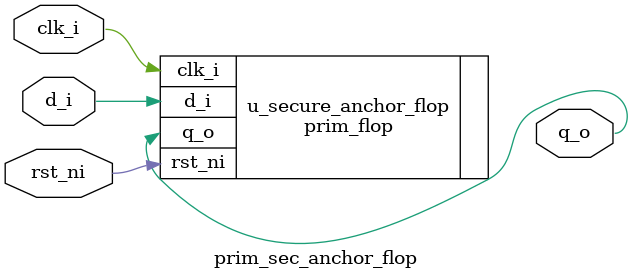
<source format=sv>

`include "prim_assert.sv"

module prim_sec_anchor_flop #(
  parameter int               Width      = 1,
  parameter logic [Width-1:0] ResetValue = 0
) (
  input                    clk_i,
  input                    rst_ni,
  input        [Width-1:0] d_i,
  output logic [Width-1:0] q_o
);

  prim_flop #(
    .Width(Width),
    .ResetValue(ResetValue)
  ) u_secure_anchor_flop (
    .clk_i,
    .rst_ni,
    .d_i,
    .q_o
  );

endmodule

</source>
